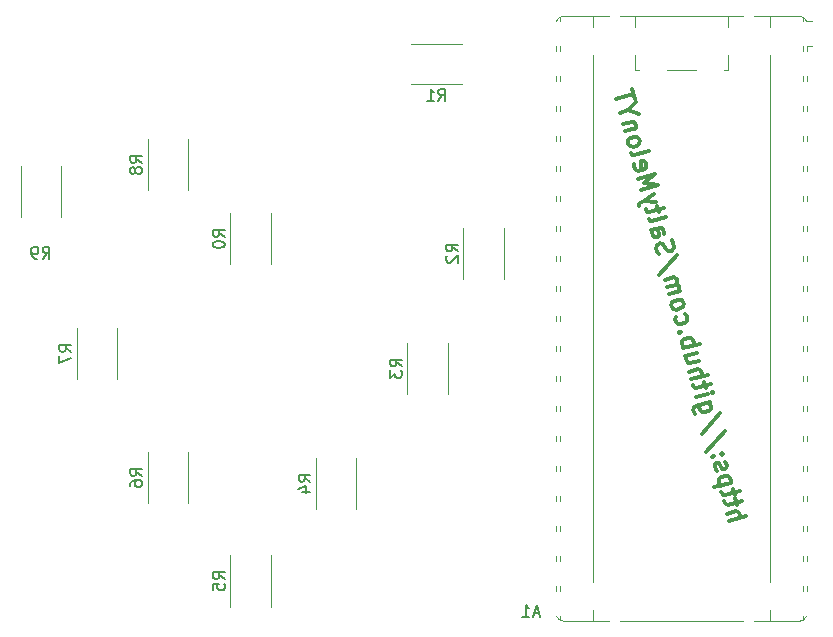
<source format=gbr>
%TF.GenerationSoftware,KiCad,Pcbnew,9.0.5*%
%TF.CreationDate,2025-10-04T16:27:51-04:00*%
%TF.ProjectId,LightBoard-Gift,4c696768-7442-46f6-9172-642d47696674,rev?*%
%TF.SameCoordinates,Original*%
%TF.FileFunction,Legend,Bot*%
%TF.FilePolarity,Positive*%
%FSLAX46Y46*%
G04 Gerber Fmt 4.6, Leading zero omitted, Abs format (unit mm)*
G04 Created by KiCad (PCBNEW 9.0.5) date 2025-10-04 16:27:51*
%MOMM*%
%LPD*%
G01*
G04 APERTURE LIST*
%ADD10C,0.300000*%
%ADD11C,0.150000*%
%ADD12C,0.120000*%
G04 APERTURE END LIST*
D10*
X137048866Y-65412834D02*
X138497755Y-65024605D01*
X136882483Y-64791881D02*
X137641424Y-64588524D01*
X137641424Y-64588524D02*
X137797901Y-64620544D01*
X137797901Y-64620544D02*
X137903870Y-64740047D01*
X137903870Y-64740047D02*
X137959331Y-64947031D01*
X137959331Y-64947031D02*
X137927310Y-65103507D01*
X137927310Y-65103507D02*
X137876803Y-65190989D01*
X137718999Y-64050099D02*
X137571102Y-63498142D01*
X138146501Y-63713706D02*
X136904596Y-64046473D01*
X136904596Y-64046473D02*
X136748120Y-64014453D01*
X136748120Y-64014453D02*
X136642151Y-63894950D01*
X136642151Y-63894950D02*
X136605177Y-63756961D01*
X137497154Y-63222163D02*
X137349257Y-62670205D01*
X137924656Y-62885769D02*
X136682751Y-63218537D01*
X136682751Y-63218537D02*
X136526275Y-63186516D01*
X136526275Y-63186516D02*
X136420306Y-63067014D01*
X136420306Y-63067014D02*
X136383332Y-62929024D01*
X137219848Y-62187242D02*
X135770959Y-62575471D01*
X137150853Y-62205729D02*
X137182874Y-62049253D01*
X137182874Y-62049253D02*
X137108925Y-61773274D01*
X137108925Y-61773274D02*
X137002957Y-61653772D01*
X137002957Y-61653772D02*
X136915475Y-61603264D01*
X136915475Y-61603264D02*
X136758998Y-61571243D01*
X136758998Y-61571243D02*
X136345030Y-61682166D01*
X136345030Y-61682166D02*
X136225528Y-61788135D01*
X136225528Y-61788135D02*
X136175020Y-61875616D01*
X136175020Y-61875616D02*
X136143000Y-62032093D01*
X136143000Y-62032093D02*
X136216948Y-62308072D01*
X136216948Y-62308072D02*
X136322917Y-62427574D01*
X135990149Y-61185669D02*
X135884181Y-61066167D01*
X135884181Y-61066167D02*
X135810232Y-60790188D01*
X135810232Y-60790188D02*
X135842253Y-60633712D01*
X135842253Y-60633712D02*
X135961755Y-60527743D01*
X135961755Y-60527743D02*
X136030750Y-60509256D01*
X136030750Y-60509256D02*
X136187226Y-60541276D01*
X136187226Y-60541276D02*
X136293195Y-60660779D01*
X136293195Y-60660779D02*
X136348656Y-60867763D01*
X136348656Y-60867763D02*
X136454625Y-60987265D01*
X136454625Y-60987265D02*
X136611102Y-61019286D01*
X136611102Y-61019286D02*
X136680096Y-61000799D01*
X136680096Y-61000799D02*
X136799599Y-60894830D01*
X136799599Y-60894830D02*
X136831619Y-60738353D01*
X136831619Y-60738353D02*
X136776158Y-60531369D01*
X136776158Y-60531369D02*
X136670189Y-60411867D01*
X135726377Y-59925277D02*
X135638895Y-59874770D01*
X135638895Y-59874770D02*
X135588387Y-59962252D01*
X135588387Y-59962252D02*
X135675869Y-60012759D01*
X135675869Y-60012759D02*
X135726377Y-59925277D01*
X135726377Y-59925277D02*
X135588387Y-59962252D01*
X136485318Y-59721920D02*
X136397837Y-59671412D01*
X136397837Y-59671412D02*
X136347329Y-59758894D01*
X136347329Y-59758894D02*
X136434811Y-59809401D01*
X136434811Y-59809401D02*
X136485318Y-59721920D01*
X136485318Y-59721920D02*
X136347329Y-59758894D01*
X136644094Y-57830668D02*
X135114004Y-59571724D01*
X136237378Y-56312784D02*
X134707288Y-58053840D01*
X135389627Y-55356765D02*
X134216717Y-55671045D01*
X134216717Y-55671045D02*
X134097215Y-55777014D01*
X134097215Y-55777014D02*
X134046707Y-55864496D01*
X134046707Y-55864496D02*
X134014687Y-56020973D01*
X134014687Y-56020973D02*
X134070148Y-56227957D01*
X134070148Y-56227957D02*
X134176117Y-56347459D01*
X134492696Y-55597097D02*
X134460675Y-55753574D01*
X134460675Y-55753574D02*
X134534624Y-56029552D01*
X134534624Y-56029552D02*
X134640593Y-56149055D01*
X134640593Y-56149055D02*
X134728074Y-56199562D01*
X134728074Y-56199562D02*
X134884551Y-56231583D01*
X134884551Y-56231583D02*
X135298519Y-56120660D01*
X135298519Y-56120660D02*
X135418021Y-56014692D01*
X135418021Y-56014692D02*
X135468529Y-55927210D01*
X135468529Y-55927210D02*
X135500550Y-55770733D01*
X135500550Y-55770733D02*
X135426601Y-55494755D01*
X135426601Y-55494755D02*
X135320632Y-55375252D01*
X134238830Y-54925637D02*
X135204756Y-54666818D01*
X135687719Y-54537408D02*
X135637212Y-54624890D01*
X135637212Y-54624890D02*
X135549730Y-54574383D01*
X135549730Y-54574383D02*
X135600237Y-54486901D01*
X135600237Y-54486901D02*
X135687719Y-54537408D01*
X135687719Y-54537408D02*
X135549730Y-54574383D01*
X135075347Y-54183855D02*
X134927450Y-53631897D01*
X135502848Y-53847461D02*
X134260944Y-54180229D01*
X134260944Y-54180229D02*
X134104467Y-54148208D01*
X134104467Y-54148208D02*
X133998498Y-54028706D01*
X133998498Y-54028706D02*
X133961524Y-53890716D01*
X133832115Y-53407753D02*
X135281003Y-53019525D01*
X133665731Y-52786801D02*
X134424673Y-52583443D01*
X134424673Y-52583443D02*
X134581149Y-52615464D01*
X134581149Y-52615464D02*
X134687118Y-52734966D01*
X134687118Y-52734966D02*
X134742579Y-52941950D01*
X134742579Y-52941950D02*
X134710559Y-53098427D01*
X134710559Y-53098427D02*
X134660051Y-53185908D01*
X134280402Y-51217082D02*
X133314477Y-51475901D01*
X134446786Y-51838035D02*
X133687844Y-52041392D01*
X133687844Y-52041392D02*
X133531368Y-52009372D01*
X133531368Y-52009372D02*
X133425399Y-51889870D01*
X133425399Y-51889870D02*
X133369938Y-51682885D01*
X133369938Y-51682885D02*
X133401958Y-51526409D01*
X133401958Y-51526409D02*
X133452466Y-51438927D01*
X133129606Y-50785954D02*
X134578495Y-50397726D01*
X134026537Y-50545622D02*
X134058557Y-50389146D01*
X134058557Y-50389146D02*
X133984609Y-50113167D01*
X133984609Y-50113167D02*
X133878640Y-49993665D01*
X133878640Y-49993665D02*
X133791159Y-49943157D01*
X133791159Y-49943157D02*
X133634682Y-49911136D01*
X133634682Y-49911136D02*
X133220714Y-50022059D01*
X133220714Y-50022059D02*
X133101212Y-50128028D01*
X133101212Y-50128028D02*
X133050704Y-50215510D01*
X133050704Y-50215510D02*
X133018683Y-50371986D01*
X133018683Y-50371986D02*
X133092632Y-50647965D01*
X133092632Y-50647965D02*
X133198600Y-50767467D01*
X132916341Y-49438081D02*
X132828859Y-49387573D01*
X132828859Y-49387573D02*
X132778351Y-49475055D01*
X132778351Y-49475055D02*
X132865833Y-49525562D01*
X132865833Y-49525562D02*
X132916341Y-49438081D01*
X132916341Y-49438081D02*
X132778351Y-49475055D01*
X132496092Y-48145668D02*
X132464071Y-48302145D01*
X132464071Y-48302145D02*
X132538019Y-48578123D01*
X132538019Y-48578123D02*
X132643988Y-48697626D01*
X132643988Y-48697626D02*
X132731470Y-48748133D01*
X132731470Y-48748133D02*
X132887946Y-48780154D01*
X132887946Y-48780154D02*
X133301915Y-48669231D01*
X133301915Y-48669231D02*
X133421417Y-48563263D01*
X133421417Y-48563263D02*
X133471925Y-48475781D01*
X133471925Y-48475781D02*
X133503945Y-48319304D01*
X133503945Y-48319304D02*
X133429997Y-48043325D01*
X133429997Y-48043325D02*
X133324028Y-47923823D01*
X132205252Y-47336219D02*
X132311221Y-47455721D01*
X132311221Y-47455721D02*
X132398703Y-47506229D01*
X132398703Y-47506229D02*
X132555179Y-47538250D01*
X132555179Y-47538250D02*
X132969147Y-47427327D01*
X132969147Y-47427327D02*
X133088650Y-47321358D01*
X133088650Y-47321358D02*
X133139157Y-47233876D01*
X133139157Y-47233876D02*
X133171178Y-47077400D01*
X133171178Y-47077400D02*
X133115717Y-46870416D01*
X133115717Y-46870416D02*
X133009748Y-46750914D01*
X133009748Y-46750914D02*
X132922266Y-46700406D01*
X132922266Y-46700406D02*
X132765790Y-46668385D01*
X132765790Y-46668385D02*
X132351821Y-46779308D01*
X132351821Y-46779308D02*
X132232319Y-46885277D01*
X132232319Y-46885277D02*
X132181811Y-46972758D01*
X132181811Y-46972758D02*
X132149791Y-47129235D01*
X132149791Y-47129235D02*
X132205252Y-47336219D01*
X131909459Y-46232304D02*
X132875385Y-45973485D01*
X132737395Y-46010459D02*
X132787903Y-45922977D01*
X132787903Y-45922977D02*
X132819923Y-45766500D01*
X132819923Y-45766500D02*
X132764462Y-45559516D01*
X132764462Y-45559516D02*
X132658493Y-45440014D01*
X132658493Y-45440014D02*
X132502017Y-45407993D01*
X132502017Y-45407993D02*
X131743075Y-45611351D01*
X132502017Y-45407993D02*
X132621519Y-45302025D01*
X132621519Y-45302025D02*
X132653540Y-45145548D01*
X132653540Y-45145548D02*
X132598078Y-44938564D01*
X132598078Y-44938564D02*
X132492110Y-44819062D01*
X132492110Y-44819062D02*
X132335633Y-44787041D01*
X132335633Y-44787041D02*
X131576691Y-44990399D01*
X132632398Y-42858816D02*
X131102308Y-44599871D01*
X131072587Y-42833076D02*
X130948131Y-42644579D01*
X130948131Y-42644579D02*
X130855695Y-42299605D01*
X130855695Y-42299605D02*
X130887716Y-42143129D01*
X130887716Y-42143129D02*
X130938224Y-42055647D01*
X130938224Y-42055647D02*
X131057726Y-41949678D01*
X131057726Y-41949678D02*
X131195715Y-41912704D01*
X131195715Y-41912704D02*
X131352192Y-41944725D01*
X131352192Y-41944725D02*
X131439674Y-41995232D01*
X131439674Y-41995232D02*
X131545642Y-42114734D01*
X131545642Y-42114734D02*
X131688585Y-42372226D01*
X131688585Y-42372226D02*
X131794554Y-42491729D01*
X131794554Y-42491729D02*
X131882036Y-42542236D01*
X131882036Y-42542236D02*
X132038513Y-42574257D01*
X132038513Y-42574257D02*
X132176502Y-42537283D01*
X132176502Y-42537283D02*
X132296004Y-42431314D01*
X132296004Y-42431314D02*
X132346512Y-42343832D01*
X132346512Y-42343832D02*
X132378532Y-42187355D01*
X132378532Y-42187355D02*
X132286097Y-41842382D01*
X132286097Y-41842382D02*
X132161641Y-41653885D01*
X130448980Y-40781722D02*
X131207922Y-40578364D01*
X131207922Y-40578364D02*
X131364398Y-40610385D01*
X131364398Y-40610385D02*
X131470367Y-40729887D01*
X131470367Y-40729887D02*
X131544315Y-41005866D01*
X131544315Y-41005866D02*
X131512295Y-41162343D01*
X130517975Y-40763235D02*
X130485954Y-40919712D01*
X130485954Y-40919712D02*
X130578389Y-41264685D01*
X130578389Y-41264685D02*
X130684358Y-41384187D01*
X130684358Y-41384187D02*
X130840835Y-41416208D01*
X130840835Y-41416208D02*
X130978824Y-41379234D01*
X130978824Y-41379234D02*
X131098326Y-41273265D01*
X131098326Y-41273265D02*
X131130347Y-41116788D01*
X131130347Y-41116788D02*
X131037912Y-40771815D01*
X131037912Y-40771815D02*
X131069932Y-40615339D01*
X130208648Y-39884791D02*
X130314617Y-40004293D01*
X130314617Y-40004293D02*
X130471093Y-40036314D01*
X130471093Y-40036314D02*
X131712998Y-39703546D01*
X131082138Y-39280999D02*
X130934242Y-38729041D01*
X131509640Y-38944605D02*
X130267735Y-39277372D01*
X130267735Y-39277372D02*
X130111259Y-39245352D01*
X130111259Y-39245352D02*
X130005290Y-39125849D01*
X130005290Y-39125849D02*
X129968316Y-38987860D01*
X130841806Y-38384067D02*
X129783445Y-38297913D01*
X130656936Y-37694120D02*
X129783445Y-38297913D01*
X129783445Y-38297913D02*
X129475446Y-38528338D01*
X129475446Y-38528338D02*
X129424938Y-38615819D01*
X129424938Y-38615819D02*
X129392918Y-38772296D01*
X129543113Y-37400982D02*
X130992002Y-37012753D01*
X130992002Y-37012753D02*
X129827672Y-36807097D01*
X129827672Y-36807097D02*
X130733183Y-36046828D01*
X130733183Y-36046828D02*
X129284294Y-36435056D01*
X129020522Y-35174664D02*
X128988501Y-35331141D01*
X128988501Y-35331141D02*
X129062449Y-35607119D01*
X129062449Y-35607119D02*
X129168418Y-35726622D01*
X129168418Y-35726622D02*
X129324895Y-35758642D01*
X129324895Y-35758642D02*
X129876852Y-35610746D01*
X129876852Y-35610746D02*
X129996355Y-35504777D01*
X129996355Y-35504777D02*
X130028375Y-35348300D01*
X130028375Y-35348300D02*
X129954427Y-35072322D01*
X129954427Y-35072322D02*
X129848458Y-34952819D01*
X129848458Y-34952819D02*
X129691981Y-34920799D01*
X129691981Y-34920799D02*
X129553992Y-34957773D01*
X129553992Y-34957773D02*
X129600873Y-35684694D01*
X128711195Y-34296220D02*
X128817164Y-34415723D01*
X128817164Y-34415723D02*
X128973640Y-34447743D01*
X128973640Y-34447743D02*
X130215545Y-34114976D01*
X128507837Y-33537279D02*
X128613806Y-33656781D01*
X128613806Y-33656781D02*
X128701288Y-33707289D01*
X128701288Y-33707289D02*
X128857764Y-33739309D01*
X128857764Y-33739309D02*
X129271732Y-33628387D01*
X129271732Y-33628387D02*
X129391235Y-33522418D01*
X129391235Y-33522418D02*
X129441742Y-33434936D01*
X129441742Y-33434936D02*
X129473763Y-33278460D01*
X129473763Y-33278460D02*
X129418302Y-33071476D01*
X129418302Y-33071476D02*
X129312333Y-32951973D01*
X129312333Y-32951973D02*
X129224851Y-32901466D01*
X129224851Y-32901466D02*
X129068375Y-32869445D01*
X129068375Y-32869445D02*
X128654406Y-32980368D01*
X128654406Y-32980368D02*
X128534904Y-33086337D01*
X128534904Y-33086337D02*
X128484396Y-33173818D01*
X128484396Y-33173818D02*
X128452376Y-33330295D01*
X128452376Y-33330295D02*
X128507837Y-33537279D01*
X129177970Y-32174544D02*
X128212044Y-32433364D01*
X129039980Y-32211519D02*
X129090488Y-32124037D01*
X129090488Y-32124037D02*
X129122509Y-31967560D01*
X129122509Y-31967560D02*
X129067047Y-31760576D01*
X129067047Y-31760576D02*
X128961078Y-31641074D01*
X128961078Y-31641074D02*
X128804602Y-31609053D01*
X128804602Y-31609053D02*
X128045660Y-31812411D01*
X128476788Y-30661614D02*
X127786841Y-30846485D01*
X129365139Y-30941220D02*
X128476788Y-30661614D01*
X128476788Y-30661614D02*
X129106320Y-29975294D01*
X129032372Y-29699315D02*
X128810527Y-28871379D01*
X127472561Y-29673576D02*
X128921450Y-29285347D01*
D11*
X78916666Y-43204819D02*
X79249999Y-42728628D01*
X79488094Y-43204819D02*
X79488094Y-42204819D01*
X79488094Y-42204819D02*
X79107142Y-42204819D01*
X79107142Y-42204819D02*
X79011904Y-42252438D01*
X79011904Y-42252438D02*
X78964285Y-42300057D01*
X78964285Y-42300057D02*
X78916666Y-42395295D01*
X78916666Y-42395295D02*
X78916666Y-42538152D01*
X78916666Y-42538152D02*
X78964285Y-42633390D01*
X78964285Y-42633390D02*
X79011904Y-42681009D01*
X79011904Y-42681009D02*
X79107142Y-42728628D01*
X79107142Y-42728628D02*
X79488094Y-42728628D01*
X78440475Y-43204819D02*
X78249999Y-43204819D01*
X78249999Y-43204819D02*
X78154761Y-43157200D01*
X78154761Y-43157200D02*
X78107142Y-43109580D01*
X78107142Y-43109580D02*
X78011904Y-42966723D01*
X78011904Y-42966723D02*
X77964285Y-42776247D01*
X77964285Y-42776247D02*
X77964285Y-42395295D01*
X77964285Y-42395295D02*
X78011904Y-42300057D01*
X78011904Y-42300057D02*
X78059523Y-42252438D01*
X78059523Y-42252438D02*
X78154761Y-42204819D01*
X78154761Y-42204819D02*
X78345237Y-42204819D01*
X78345237Y-42204819D02*
X78440475Y-42252438D01*
X78440475Y-42252438D02*
X78488094Y-42300057D01*
X78488094Y-42300057D02*
X78535713Y-42395295D01*
X78535713Y-42395295D02*
X78535713Y-42633390D01*
X78535713Y-42633390D02*
X78488094Y-42728628D01*
X78488094Y-42728628D02*
X78440475Y-42776247D01*
X78440475Y-42776247D02*
X78345237Y-42823866D01*
X78345237Y-42823866D02*
X78154761Y-42823866D01*
X78154761Y-42823866D02*
X78059523Y-42776247D01*
X78059523Y-42776247D02*
X78011904Y-42728628D01*
X78011904Y-42728628D02*
X77964285Y-42633390D01*
X94324819Y-70333333D02*
X93848628Y-70000000D01*
X94324819Y-69761905D02*
X93324819Y-69761905D01*
X93324819Y-69761905D02*
X93324819Y-70142857D01*
X93324819Y-70142857D02*
X93372438Y-70238095D01*
X93372438Y-70238095D02*
X93420057Y-70285714D01*
X93420057Y-70285714D02*
X93515295Y-70333333D01*
X93515295Y-70333333D02*
X93658152Y-70333333D01*
X93658152Y-70333333D02*
X93753390Y-70285714D01*
X93753390Y-70285714D02*
X93801009Y-70238095D01*
X93801009Y-70238095D02*
X93848628Y-70142857D01*
X93848628Y-70142857D02*
X93848628Y-69761905D01*
X93324819Y-71238095D02*
X93324819Y-70761905D01*
X93324819Y-70761905D02*
X93801009Y-70714286D01*
X93801009Y-70714286D02*
X93753390Y-70761905D01*
X93753390Y-70761905D02*
X93705771Y-70857143D01*
X93705771Y-70857143D02*
X93705771Y-71095238D01*
X93705771Y-71095238D02*
X93753390Y-71190476D01*
X93753390Y-71190476D02*
X93801009Y-71238095D01*
X93801009Y-71238095D02*
X93896247Y-71285714D01*
X93896247Y-71285714D02*
X94134342Y-71285714D01*
X94134342Y-71285714D02*
X94229580Y-71238095D01*
X94229580Y-71238095D02*
X94277200Y-71190476D01*
X94277200Y-71190476D02*
X94324819Y-71095238D01*
X94324819Y-71095238D02*
X94324819Y-70857143D01*
X94324819Y-70857143D02*
X94277200Y-70761905D01*
X94277200Y-70761905D02*
X94229580Y-70714286D01*
X81324819Y-51083333D02*
X80848628Y-50750000D01*
X81324819Y-50511905D02*
X80324819Y-50511905D01*
X80324819Y-50511905D02*
X80324819Y-50892857D01*
X80324819Y-50892857D02*
X80372438Y-50988095D01*
X80372438Y-50988095D02*
X80420057Y-51035714D01*
X80420057Y-51035714D02*
X80515295Y-51083333D01*
X80515295Y-51083333D02*
X80658152Y-51083333D01*
X80658152Y-51083333D02*
X80753390Y-51035714D01*
X80753390Y-51035714D02*
X80801009Y-50988095D01*
X80801009Y-50988095D02*
X80848628Y-50892857D01*
X80848628Y-50892857D02*
X80848628Y-50511905D01*
X80324819Y-51416667D02*
X80324819Y-52083333D01*
X80324819Y-52083333D02*
X81324819Y-51654762D01*
X87324819Y-35083333D02*
X86848628Y-34750000D01*
X87324819Y-34511905D02*
X86324819Y-34511905D01*
X86324819Y-34511905D02*
X86324819Y-34892857D01*
X86324819Y-34892857D02*
X86372438Y-34988095D01*
X86372438Y-34988095D02*
X86420057Y-35035714D01*
X86420057Y-35035714D02*
X86515295Y-35083333D01*
X86515295Y-35083333D02*
X86658152Y-35083333D01*
X86658152Y-35083333D02*
X86753390Y-35035714D01*
X86753390Y-35035714D02*
X86801009Y-34988095D01*
X86801009Y-34988095D02*
X86848628Y-34892857D01*
X86848628Y-34892857D02*
X86848628Y-34511905D01*
X86753390Y-35654762D02*
X86705771Y-35559524D01*
X86705771Y-35559524D02*
X86658152Y-35511905D01*
X86658152Y-35511905D02*
X86562914Y-35464286D01*
X86562914Y-35464286D02*
X86515295Y-35464286D01*
X86515295Y-35464286D02*
X86420057Y-35511905D01*
X86420057Y-35511905D02*
X86372438Y-35559524D01*
X86372438Y-35559524D02*
X86324819Y-35654762D01*
X86324819Y-35654762D02*
X86324819Y-35845238D01*
X86324819Y-35845238D02*
X86372438Y-35940476D01*
X86372438Y-35940476D02*
X86420057Y-35988095D01*
X86420057Y-35988095D02*
X86515295Y-36035714D01*
X86515295Y-36035714D02*
X86562914Y-36035714D01*
X86562914Y-36035714D02*
X86658152Y-35988095D01*
X86658152Y-35988095D02*
X86705771Y-35940476D01*
X86705771Y-35940476D02*
X86753390Y-35845238D01*
X86753390Y-35845238D02*
X86753390Y-35654762D01*
X86753390Y-35654762D02*
X86801009Y-35559524D01*
X86801009Y-35559524D02*
X86848628Y-35511905D01*
X86848628Y-35511905D02*
X86943866Y-35464286D01*
X86943866Y-35464286D02*
X87134342Y-35464286D01*
X87134342Y-35464286D02*
X87229580Y-35511905D01*
X87229580Y-35511905D02*
X87277200Y-35559524D01*
X87277200Y-35559524D02*
X87324819Y-35654762D01*
X87324819Y-35654762D02*
X87324819Y-35845238D01*
X87324819Y-35845238D02*
X87277200Y-35940476D01*
X87277200Y-35940476D02*
X87229580Y-35988095D01*
X87229580Y-35988095D02*
X87134342Y-36035714D01*
X87134342Y-36035714D02*
X86943866Y-36035714D01*
X86943866Y-36035714D02*
X86848628Y-35988095D01*
X86848628Y-35988095D02*
X86801009Y-35940476D01*
X86801009Y-35940476D02*
X86753390Y-35845238D01*
X112416666Y-29834819D02*
X112749999Y-29358628D01*
X112988094Y-29834819D02*
X112988094Y-28834819D01*
X112988094Y-28834819D02*
X112607142Y-28834819D01*
X112607142Y-28834819D02*
X112511904Y-28882438D01*
X112511904Y-28882438D02*
X112464285Y-28930057D01*
X112464285Y-28930057D02*
X112416666Y-29025295D01*
X112416666Y-29025295D02*
X112416666Y-29168152D01*
X112416666Y-29168152D02*
X112464285Y-29263390D01*
X112464285Y-29263390D02*
X112511904Y-29311009D01*
X112511904Y-29311009D02*
X112607142Y-29358628D01*
X112607142Y-29358628D02*
X112988094Y-29358628D01*
X111464285Y-29834819D02*
X112035713Y-29834819D01*
X111749999Y-29834819D02*
X111749999Y-28834819D01*
X111749999Y-28834819D02*
X111845237Y-28977676D01*
X111845237Y-28977676D02*
X111940475Y-29072914D01*
X111940475Y-29072914D02*
X112035713Y-29120533D01*
X109324819Y-52333333D02*
X108848628Y-52000000D01*
X109324819Y-51761905D02*
X108324819Y-51761905D01*
X108324819Y-51761905D02*
X108324819Y-52142857D01*
X108324819Y-52142857D02*
X108372438Y-52238095D01*
X108372438Y-52238095D02*
X108420057Y-52285714D01*
X108420057Y-52285714D02*
X108515295Y-52333333D01*
X108515295Y-52333333D02*
X108658152Y-52333333D01*
X108658152Y-52333333D02*
X108753390Y-52285714D01*
X108753390Y-52285714D02*
X108801009Y-52238095D01*
X108801009Y-52238095D02*
X108848628Y-52142857D01*
X108848628Y-52142857D02*
X108848628Y-51761905D01*
X108324819Y-52666667D02*
X108324819Y-53285714D01*
X108324819Y-53285714D02*
X108705771Y-52952381D01*
X108705771Y-52952381D02*
X108705771Y-53095238D01*
X108705771Y-53095238D02*
X108753390Y-53190476D01*
X108753390Y-53190476D02*
X108801009Y-53238095D01*
X108801009Y-53238095D02*
X108896247Y-53285714D01*
X108896247Y-53285714D02*
X109134342Y-53285714D01*
X109134342Y-53285714D02*
X109229580Y-53238095D01*
X109229580Y-53238095D02*
X109277200Y-53190476D01*
X109277200Y-53190476D02*
X109324819Y-53095238D01*
X109324819Y-53095238D02*
X109324819Y-52809524D01*
X109324819Y-52809524D02*
X109277200Y-52714286D01*
X109277200Y-52714286D02*
X109229580Y-52666667D01*
X87324819Y-61583333D02*
X86848628Y-61250000D01*
X87324819Y-61011905D02*
X86324819Y-61011905D01*
X86324819Y-61011905D02*
X86324819Y-61392857D01*
X86324819Y-61392857D02*
X86372438Y-61488095D01*
X86372438Y-61488095D02*
X86420057Y-61535714D01*
X86420057Y-61535714D02*
X86515295Y-61583333D01*
X86515295Y-61583333D02*
X86658152Y-61583333D01*
X86658152Y-61583333D02*
X86753390Y-61535714D01*
X86753390Y-61535714D02*
X86801009Y-61488095D01*
X86801009Y-61488095D02*
X86848628Y-61392857D01*
X86848628Y-61392857D02*
X86848628Y-61011905D01*
X86324819Y-62440476D02*
X86324819Y-62250000D01*
X86324819Y-62250000D02*
X86372438Y-62154762D01*
X86372438Y-62154762D02*
X86420057Y-62107143D01*
X86420057Y-62107143D02*
X86562914Y-62011905D01*
X86562914Y-62011905D02*
X86753390Y-61964286D01*
X86753390Y-61964286D02*
X87134342Y-61964286D01*
X87134342Y-61964286D02*
X87229580Y-62011905D01*
X87229580Y-62011905D02*
X87277200Y-62059524D01*
X87277200Y-62059524D02*
X87324819Y-62154762D01*
X87324819Y-62154762D02*
X87324819Y-62345238D01*
X87324819Y-62345238D02*
X87277200Y-62440476D01*
X87277200Y-62440476D02*
X87229580Y-62488095D01*
X87229580Y-62488095D02*
X87134342Y-62535714D01*
X87134342Y-62535714D02*
X86896247Y-62535714D01*
X86896247Y-62535714D02*
X86801009Y-62488095D01*
X86801009Y-62488095D02*
X86753390Y-62440476D01*
X86753390Y-62440476D02*
X86705771Y-62345238D01*
X86705771Y-62345238D02*
X86705771Y-62154762D01*
X86705771Y-62154762D02*
X86753390Y-62059524D01*
X86753390Y-62059524D02*
X86801009Y-62011905D01*
X86801009Y-62011905D02*
X86896247Y-61964286D01*
X114074819Y-42583333D02*
X113598628Y-42250000D01*
X114074819Y-42011905D02*
X113074819Y-42011905D01*
X113074819Y-42011905D02*
X113074819Y-42392857D01*
X113074819Y-42392857D02*
X113122438Y-42488095D01*
X113122438Y-42488095D02*
X113170057Y-42535714D01*
X113170057Y-42535714D02*
X113265295Y-42583333D01*
X113265295Y-42583333D02*
X113408152Y-42583333D01*
X113408152Y-42583333D02*
X113503390Y-42535714D01*
X113503390Y-42535714D02*
X113551009Y-42488095D01*
X113551009Y-42488095D02*
X113598628Y-42392857D01*
X113598628Y-42392857D02*
X113598628Y-42011905D01*
X113170057Y-42964286D02*
X113122438Y-43011905D01*
X113122438Y-43011905D02*
X113074819Y-43107143D01*
X113074819Y-43107143D02*
X113074819Y-43345238D01*
X113074819Y-43345238D02*
X113122438Y-43440476D01*
X113122438Y-43440476D02*
X113170057Y-43488095D01*
X113170057Y-43488095D02*
X113265295Y-43535714D01*
X113265295Y-43535714D02*
X113360533Y-43535714D01*
X113360533Y-43535714D02*
X113503390Y-43488095D01*
X113503390Y-43488095D02*
X114074819Y-42916667D01*
X114074819Y-42916667D02*
X114074819Y-43535714D01*
X101574819Y-62083333D02*
X101098628Y-61750000D01*
X101574819Y-61511905D02*
X100574819Y-61511905D01*
X100574819Y-61511905D02*
X100574819Y-61892857D01*
X100574819Y-61892857D02*
X100622438Y-61988095D01*
X100622438Y-61988095D02*
X100670057Y-62035714D01*
X100670057Y-62035714D02*
X100765295Y-62083333D01*
X100765295Y-62083333D02*
X100908152Y-62083333D01*
X100908152Y-62083333D02*
X101003390Y-62035714D01*
X101003390Y-62035714D02*
X101051009Y-61988095D01*
X101051009Y-61988095D02*
X101098628Y-61892857D01*
X101098628Y-61892857D02*
X101098628Y-61511905D01*
X100908152Y-62940476D02*
X101574819Y-62940476D01*
X100527200Y-62702381D02*
X101241485Y-62464286D01*
X101241485Y-62464286D02*
X101241485Y-63083333D01*
X94324819Y-41333333D02*
X93848628Y-41000000D01*
X94324819Y-40761905D02*
X93324819Y-40761905D01*
X93324819Y-40761905D02*
X93324819Y-41142857D01*
X93324819Y-41142857D02*
X93372438Y-41238095D01*
X93372438Y-41238095D02*
X93420057Y-41285714D01*
X93420057Y-41285714D02*
X93515295Y-41333333D01*
X93515295Y-41333333D02*
X93658152Y-41333333D01*
X93658152Y-41333333D02*
X93753390Y-41285714D01*
X93753390Y-41285714D02*
X93801009Y-41238095D01*
X93801009Y-41238095D02*
X93848628Y-41142857D01*
X93848628Y-41142857D02*
X93848628Y-40761905D01*
X93324819Y-41952381D02*
X93324819Y-42047619D01*
X93324819Y-42047619D02*
X93372438Y-42142857D01*
X93372438Y-42142857D02*
X93420057Y-42190476D01*
X93420057Y-42190476D02*
X93515295Y-42238095D01*
X93515295Y-42238095D02*
X93705771Y-42285714D01*
X93705771Y-42285714D02*
X93943866Y-42285714D01*
X93943866Y-42285714D02*
X94134342Y-42238095D01*
X94134342Y-42238095D02*
X94229580Y-42190476D01*
X94229580Y-42190476D02*
X94277200Y-42142857D01*
X94277200Y-42142857D02*
X94324819Y-42047619D01*
X94324819Y-42047619D02*
X94324819Y-41952381D01*
X94324819Y-41952381D02*
X94277200Y-41857143D01*
X94277200Y-41857143D02*
X94229580Y-41809524D01*
X94229580Y-41809524D02*
X94134342Y-41761905D01*
X94134342Y-41761905D02*
X93943866Y-41714286D01*
X93943866Y-41714286D02*
X93705771Y-41714286D01*
X93705771Y-41714286D02*
X93515295Y-41761905D01*
X93515295Y-41761905D02*
X93420057Y-41809524D01*
X93420057Y-41809524D02*
X93372438Y-41857143D01*
X93372438Y-41857143D02*
X93324819Y-41952381D01*
X120963339Y-73221604D02*
X120487149Y-73221604D01*
X121058577Y-73507319D02*
X120725244Y-72507319D01*
X120725244Y-72507319D02*
X120391911Y-73507319D01*
X119534768Y-73507319D02*
X120106196Y-73507319D01*
X119820482Y-73507319D02*
X119820482Y-72507319D01*
X119820482Y-72507319D02*
X119915720Y-72650176D01*
X119915720Y-72650176D02*
X120010958Y-72745414D01*
X120010958Y-72745414D02*
X120106196Y-72793033D01*
D12*
%TO.C,R9*%
X77040000Y-35322936D02*
X77040000Y-39677064D01*
X80460000Y-35322936D02*
X80460000Y-39677064D01*
%TO.C,R5*%
X94790000Y-68322936D02*
X94790000Y-72677064D01*
X98210000Y-68322936D02*
X98210000Y-72677064D01*
%TO.C,R7*%
X81790000Y-49072936D02*
X81790000Y-53427064D01*
X85210000Y-49072936D02*
X85210000Y-53427064D01*
%TO.C,R8*%
X87790000Y-33072936D02*
X87790000Y-37427064D01*
X91210000Y-33072936D02*
X91210000Y-37427064D01*
%TO.C,R1*%
X110072936Y-25040000D02*
X114427064Y-25040000D01*
X110072936Y-28460000D02*
X114427064Y-28460000D01*
%TO.C,R3*%
X109790000Y-50322936D02*
X109790000Y-54677064D01*
X113210000Y-50322936D02*
X113210000Y-54677064D01*
%TO.C,R6*%
X87790000Y-59572936D02*
X87790000Y-63927064D01*
X91210000Y-59572936D02*
X91210000Y-63927064D01*
%TO.C,R2*%
X114540000Y-40572936D02*
X114540000Y-44927064D01*
X117960000Y-40572936D02*
X117960000Y-44927064D01*
%TO.C,R4*%
X102040000Y-60072936D02*
X102040000Y-64427064D01*
X105460000Y-60072936D02*
X105460000Y-64427064D01*
%TO.C,R0*%
X94790000Y-39322936D02*
X94790000Y-43677064D01*
X98210000Y-39322936D02*
X98210000Y-43677064D01*
%TO.C,A1*%
X122390000Y-25217500D02*
X122390000Y-25637500D01*
X122390000Y-27757500D02*
X122390000Y-28177500D01*
X122390000Y-30297500D02*
X122390000Y-30717500D01*
X122390000Y-32837500D02*
X122390000Y-33257500D01*
X122390000Y-35377500D02*
X122390000Y-35797500D01*
X122390000Y-37917500D02*
X122390000Y-38337500D01*
X122390000Y-40457500D02*
X122390000Y-40877500D01*
X122390000Y-42997500D02*
X122390000Y-43417500D01*
X122390000Y-45537500D02*
X122390000Y-45957500D01*
X122390000Y-48077500D02*
X122390000Y-48497500D01*
X122390000Y-50617500D02*
X122390000Y-51037500D01*
X122390000Y-53157500D02*
X122390000Y-53577500D01*
X122390000Y-55697500D02*
X122390000Y-56117500D01*
X122390000Y-58237500D02*
X122390000Y-58657500D01*
X122390000Y-60777500D02*
X122390000Y-61197500D01*
X122390000Y-63317500D02*
X122390000Y-63737500D01*
X122390000Y-65857500D02*
X122390000Y-66277500D01*
X122390000Y-68397500D02*
X122390000Y-68817500D01*
X122390000Y-70937500D02*
X122390000Y-71357500D01*
X122730000Y-23097563D02*
X122730000Y-22740500D01*
X122730000Y-25217500D02*
X122730000Y-25637500D01*
X122730000Y-27757500D02*
X122730000Y-28177500D01*
X122730000Y-30297500D02*
X122730000Y-30717500D01*
X122730000Y-32837500D02*
X122730000Y-33257500D01*
X122730000Y-35377500D02*
X122730000Y-35797500D01*
X122730000Y-37917500D02*
X122730000Y-38337500D01*
X122730000Y-40457500D02*
X122730000Y-40877500D01*
X122730000Y-42997500D02*
X122730000Y-43417500D01*
X122730000Y-45537500D02*
X122730000Y-45957500D01*
X122730000Y-48077500D02*
X122730000Y-48497500D01*
X122730000Y-50617500D02*
X122730000Y-51037500D01*
X122730000Y-53157500D02*
X122730000Y-53577500D01*
X122730000Y-55697500D02*
X122730000Y-56117500D01*
X122730000Y-58237500D02*
X122730000Y-58657500D01*
X122730000Y-60777500D02*
X122730000Y-61197500D01*
X122730000Y-63317500D02*
X122730000Y-63737500D01*
X122730000Y-65857500D02*
X122730000Y-66277500D01*
X122730000Y-68397500D02*
X122730000Y-68817500D01*
X122730000Y-70937500D02*
X122730000Y-71357500D01*
X122730000Y-73477437D02*
X122730000Y-73834500D01*
X123000000Y-22677500D02*
X125490000Y-22677500D01*
X125490000Y-22677500D02*
X125490000Y-23591020D01*
X125490000Y-25983980D02*
X125490000Y-70591020D01*
X125490000Y-72983980D02*
X125490000Y-73897500D01*
X126837939Y-22677500D02*
X125490000Y-22677500D01*
X126837939Y-73897500D02*
X123000000Y-73897500D01*
X127762061Y-73897500D02*
X129400000Y-73897500D01*
X128765000Y-22677500D02*
X127762061Y-22677500D01*
X129100000Y-22677500D02*
X129100000Y-23593500D01*
X129100000Y-25981500D02*
X129100000Y-27197500D01*
X129396090Y-27197500D02*
X129100000Y-27197500D01*
X129400000Y-73897500D02*
X136600000Y-73897500D01*
X134246090Y-27197500D02*
X131753910Y-27197500D01*
X136600000Y-73897500D02*
X138237939Y-73897500D01*
X136900000Y-22677500D02*
X136900000Y-23593500D01*
X136900000Y-25981500D02*
X136900000Y-27197500D01*
X136900000Y-27197500D02*
X136603910Y-27197500D01*
X137235000Y-22677500D02*
X128765000Y-22677500D01*
X138237939Y-22677500D02*
X137235000Y-22677500D01*
X140510000Y-22677500D02*
X139162060Y-22677500D01*
X140510000Y-22677500D02*
X140510000Y-23591020D01*
X140510000Y-25983980D02*
X140510000Y-70591020D01*
X140510000Y-72983980D02*
X140510000Y-73897500D01*
X143000000Y-22677500D02*
X140510000Y-22677500D01*
X143000000Y-73897500D02*
X139162061Y-73897500D01*
X143270000Y-23097563D02*
X143270000Y-22740500D01*
X143270000Y-25217500D02*
X143270000Y-25637500D01*
X143270000Y-27757500D02*
X143270000Y-28177500D01*
X143270000Y-30297500D02*
X143270000Y-30717500D01*
X143270000Y-32837500D02*
X143270000Y-33257500D01*
X143270000Y-35377500D02*
X143270000Y-35797500D01*
X143270000Y-37917500D02*
X143270000Y-38337500D01*
X143270000Y-40457500D02*
X143270000Y-40877500D01*
X143270000Y-42997500D02*
X143270000Y-43417500D01*
X143270000Y-45537500D02*
X143270000Y-45957500D01*
X143270000Y-48077500D02*
X143270000Y-48497500D01*
X143270000Y-50617500D02*
X143270000Y-51037500D01*
X143270000Y-53157500D02*
X143270000Y-53577500D01*
X143270000Y-55697500D02*
X143270000Y-56117500D01*
X143270000Y-58237500D02*
X143270000Y-58657500D01*
X143270000Y-60777500D02*
X143270000Y-61197500D01*
X143270000Y-63317500D02*
X143270000Y-63737500D01*
X143270000Y-65857500D02*
X143270000Y-66277500D01*
X143270000Y-68397500D02*
X143270000Y-68817500D01*
X143270000Y-70937500D02*
X143270000Y-71357500D01*
X143270000Y-73477437D02*
X143270000Y-73834500D01*
X143579676Y-23097500D02*
X144090000Y-23097500D01*
X143610000Y-25217500D02*
X143610000Y-25637500D01*
X143610000Y-25217500D02*
X144090000Y-25217500D01*
X143610000Y-27757500D02*
X143610000Y-28177500D01*
X143610000Y-30297500D02*
X143610000Y-30717500D01*
X143610000Y-32837500D02*
X143610000Y-33257500D01*
X143610000Y-35377500D02*
X143610000Y-35797500D01*
X143610000Y-37917500D02*
X143610000Y-38337500D01*
X143610000Y-40457500D02*
X143610000Y-40877500D01*
X143610000Y-42997500D02*
X143610000Y-43417500D01*
X143610000Y-45537500D02*
X143610000Y-45957500D01*
X143610000Y-48077500D02*
X143610000Y-48497500D01*
X143610000Y-50617500D02*
X143610000Y-51037500D01*
X143610000Y-53157500D02*
X143610000Y-53577500D01*
X143610000Y-55697500D02*
X143610000Y-56117500D01*
X143610000Y-58237500D02*
X143610000Y-58657500D01*
X143610000Y-60777500D02*
X143610000Y-61197500D01*
X143610000Y-63317500D02*
X143610000Y-63737500D01*
X143610000Y-65857500D02*
X143610000Y-66277500D01*
X143610000Y-68397500D02*
X143610000Y-68817500D01*
X143610000Y-70937500D02*
X143610000Y-71357500D01*
X122420324Y-23097563D02*
G75*
G02*
X123000000Y-22677500I579676J-189937D01*
G01*
X123000000Y-73897500D02*
G75*
G02*
X122420349Y-73477429I100J610100D01*
G01*
X143000000Y-22677500D02*
G75*
G02*
X143579676Y-23097500I-16J-610051D01*
G01*
X143579676Y-73477437D02*
G75*
G02*
X143000000Y-73897500I-579677J189939D01*
G01*
%TD*%
M02*

</source>
